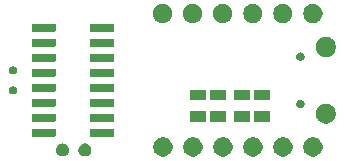
<source format=gbr>
G04 #@! TF.GenerationSoftware,KiCad,Pcbnew,(5.1.5)-3*
G04 #@! TF.CreationDate,2020-07-16T22:53:37-05:00*
G04 #@! TF.ProjectId,pcb,7063622e-6b69-4636-9164-5f7063625858,rev?*
G04 #@! TF.SameCoordinates,Original*
G04 #@! TF.FileFunction,Soldermask,Top*
G04 #@! TF.FilePolarity,Negative*
%FSLAX46Y46*%
G04 Gerber Fmt 4.6, Leading zero omitted, Abs format (unit mm)*
G04 Created by KiCad (PCBNEW (5.1.5)-3) date 2020-07-16 22:53:37*
%MOMM*%
%LPD*%
G04 APERTURE LIST*
%ADD10C,0.100000*%
G04 APERTURE END LIST*
D10*
G36*
X158987142Y-93768242D02*
G01*
X159135101Y-93829529D01*
X159268255Y-93918499D01*
X159381501Y-94031745D01*
X159470471Y-94164899D01*
X159531758Y-94312858D01*
X159563000Y-94469925D01*
X159563000Y-94630075D01*
X159531758Y-94787142D01*
X159470471Y-94935101D01*
X159381501Y-95068255D01*
X159268255Y-95181501D01*
X159135101Y-95270471D01*
X158987142Y-95331758D01*
X158830075Y-95363000D01*
X158669925Y-95363000D01*
X158512858Y-95331758D01*
X158364899Y-95270471D01*
X158231745Y-95181501D01*
X158118499Y-95068255D01*
X158029529Y-94935101D01*
X157968242Y-94787142D01*
X157937000Y-94630075D01*
X157937000Y-94469925D01*
X157968242Y-94312858D01*
X158029529Y-94164899D01*
X158118499Y-94031745D01*
X158231745Y-93918499D01*
X158364899Y-93829529D01*
X158512858Y-93768242D01*
X158669925Y-93737000D01*
X158830075Y-93737000D01*
X158987142Y-93768242D01*
G37*
G36*
X161527142Y-93768242D02*
G01*
X161675101Y-93829529D01*
X161808255Y-93918499D01*
X161921501Y-94031745D01*
X162010471Y-94164899D01*
X162071758Y-94312858D01*
X162103000Y-94469925D01*
X162103000Y-94630075D01*
X162071758Y-94787142D01*
X162010471Y-94935101D01*
X161921501Y-95068255D01*
X161808255Y-95181501D01*
X161675101Y-95270471D01*
X161527142Y-95331758D01*
X161370075Y-95363000D01*
X161209925Y-95363000D01*
X161052858Y-95331758D01*
X160904899Y-95270471D01*
X160771745Y-95181501D01*
X160658499Y-95068255D01*
X160569529Y-94935101D01*
X160508242Y-94787142D01*
X160477000Y-94630075D01*
X160477000Y-94469925D01*
X160508242Y-94312858D01*
X160569529Y-94164899D01*
X160658499Y-94031745D01*
X160771745Y-93918499D01*
X160904899Y-93829529D01*
X161052858Y-93768242D01*
X161209925Y-93737000D01*
X161370075Y-93737000D01*
X161527142Y-93768242D01*
G37*
G36*
X148827142Y-93768242D02*
G01*
X148975101Y-93829529D01*
X149108255Y-93918499D01*
X149221501Y-94031745D01*
X149310471Y-94164899D01*
X149371758Y-94312858D01*
X149403000Y-94469925D01*
X149403000Y-94630075D01*
X149371758Y-94787142D01*
X149310471Y-94935101D01*
X149221501Y-95068255D01*
X149108255Y-95181501D01*
X148975101Y-95270471D01*
X148827142Y-95331758D01*
X148670075Y-95363000D01*
X148509925Y-95363000D01*
X148352858Y-95331758D01*
X148204899Y-95270471D01*
X148071745Y-95181501D01*
X147958499Y-95068255D01*
X147869529Y-94935101D01*
X147808242Y-94787142D01*
X147777000Y-94630075D01*
X147777000Y-94469925D01*
X147808242Y-94312858D01*
X147869529Y-94164899D01*
X147958499Y-94031745D01*
X148071745Y-93918499D01*
X148204899Y-93829529D01*
X148352858Y-93768242D01*
X148509925Y-93737000D01*
X148670075Y-93737000D01*
X148827142Y-93768242D01*
G37*
G36*
X151367142Y-93768242D02*
G01*
X151515101Y-93829529D01*
X151648255Y-93918499D01*
X151761501Y-94031745D01*
X151850471Y-94164899D01*
X151911758Y-94312858D01*
X151943000Y-94469925D01*
X151943000Y-94630075D01*
X151911758Y-94787142D01*
X151850471Y-94935101D01*
X151761501Y-95068255D01*
X151648255Y-95181501D01*
X151515101Y-95270471D01*
X151367142Y-95331758D01*
X151210075Y-95363000D01*
X151049925Y-95363000D01*
X150892858Y-95331758D01*
X150744899Y-95270471D01*
X150611745Y-95181501D01*
X150498499Y-95068255D01*
X150409529Y-94935101D01*
X150348242Y-94787142D01*
X150317000Y-94630075D01*
X150317000Y-94469925D01*
X150348242Y-94312858D01*
X150409529Y-94164899D01*
X150498499Y-94031745D01*
X150611745Y-93918499D01*
X150744899Y-93829529D01*
X150892858Y-93768242D01*
X151049925Y-93737000D01*
X151210075Y-93737000D01*
X151367142Y-93768242D01*
G37*
G36*
X156447142Y-93768242D02*
G01*
X156595101Y-93829529D01*
X156728255Y-93918499D01*
X156841501Y-94031745D01*
X156930471Y-94164899D01*
X156991758Y-94312858D01*
X157023000Y-94469925D01*
X157023000Y-94630075D01*
X156991758Y-94787142D01*
X156930471Y-94935101D01*
X156841501Y-95068255D01*
X156728255Y-95181501D01*
X156595101Y-95270471D01*
X156447142Y-95331758D01*
X156290075Y-95363000D01*
X156129925Y-95363000D01*
X155972858Y-95331758D01*
X155824899Y-95270471D01*
X155691745Y-95181501D01*
X155578499Y-95068255D01*
X155489529Y-94935101D01*
X155428242Y-94787142D01*
X155397000Y-94630075D01*
X155397000Y-94469925D01*
X155428242Y-94312858D01*
X155489529Y-94164899D01*
X155578499Y-94031745D01*
X155691745Y-93918499D01*
X155824899Y-93829529D01*
X155972858Y-93768242D01*
X156129925Y-93737000D01*
X156290075Y-93737000D01*
X156447142Y-93768242D01*
G37*
G36*
X153907142Y-93768242D02*
G01*
X154055101Y-93829529D01*
X154188255Y-93918499D01*
X154301501Y-94031745D01*
X154390471Y-94164899D01*
X154451758Y-94312858D01*
X154483000Y-94469925D01*
X154483000Y-94630075D01*
X154451758Y-94787142D01*
X154390471Y-94935101D01*
X154301501Y-95068255D01*
X154188255Y-95181501D01*
X154055101Y-95270471D01*
X153907142Y-95331758D01*
X153750075Y-95363000D01*
X153589925Y-95363000D01*
X153432858Y-95331758D01*
X153284899Y-95270471D01*
X153151745Y-95181501D01*
X153038499Y-95068255D01*
X152949529Y-94935101D01*
X152888242Y-94787142D01*
X152857000Y-94630075D01*
X152857000Y-94469925D01*
X152888242Y-94312858D01*
X152949529Y-94164899D01*
X153038499Y-94031745D01*
X153151745Y-93918499D01*
X153284899Y-93829529D01*
X153432858Y-93768242D01*
X153589925Y-93737000D01*
X153750075Y-93737000D01*
X153907142Y-93768242D01*
G37*
G36*
X140241721Y-94275674D02*
G01*
X140341995Y-94317209D01*
X140341996Y-94317210D01*
X140432242Y-94377510D01*
X140508990Y-94454258D01*
X140508991Y-94454260D01*
X140569291Y-94544505D01*
X140610826Y-94644779D01*
X140632000Y-94751230D01*
X140632000Y-94859770D01*
X140610826Y-94966221D01*
X140569291Y-95066495D01*
X140539345Y-95111312D01*
X140508990Y-95156742D01*
X140432242Y-95233490D01*
X140386812Y-95263845D01*
X140341995Y-95293791D01*
X140241721Y-95335326D01*
X140135270Y-95356500D01*
X140026730Y-95356500D01*
X139920279Y-95335326D01*
X139820005Y-95293791D01*
X139775188Y-95263845D01*
X139729758Y-95233490D01*
X139653010Y-95156742D01*
X139622655Y-95111312D01*
X139592709Y-95066495D01*
X139551174Y-94966221D01*
X139530000Y-94859770D01*
X139530000Y-94751230D01*
X139551174Y-94644779D01*
X139592709Y-94544505D01*
X139653009Y-94454260D01*
X139653010Y-94454258D01*
X139729758Y-94377510D01*
X139820004Y-94317210D01*
X139820005Y-94317209D01*
X139920279Y-94275674D01*
X140026730Y-94254500D01*
X140135270Y-94254500D01*
X140241721Y-94275674D01*
G37*
G36*
X142141721Y-94275674D02*
G01*
X142241995Y-94317209D01*
X142241996Y-94317210D01*
X142332242Y-94377510D01*
X142408990Y-94454258D01*
X142408991Y-94454260D01*
X142469291Y-94544505D01*
X142510826Y-94644779D01*
X142532000Y-94751230D01*
X142532000Y-94859770D01*
X142510826Y-94966221D01*
X142469291Y-95066495D01*
X142439345Y-95111312D01*
X142408990Y-95156742D01*
X142332242Y-95233490D01*
X142286812Y-95263845D01*
X142241995Y-95293791D01*
X142141721Y-95335326D01*
X142035270Y-95356500D01*
X141926730Y-95356500D01*
X141820279Y-95335326D01*
X141720005Y-95293791D01*
X141675188Y-95263845D01*
X141629758Y-95233490D01*
X141553010Y-95156742D01*
X141522655Y-95111312D01*
X141492709Y-95066495D01*
X141451174Y-94966221D01*
X141430000Y-94859770D01*
X141430000Y-94751230D01*
X141451174Y-94644779D01*
X141492709Y-94544505D01*
X141553009Y-94454260D01*
X141553010Y-94454258D01*
X141629758Y-94377510D01*
X141720004Y-94317210D01*
X141720005Y-94317209D01*
X141820279Y-94275674D01*
X141926730Y-94254500D01*
X142035270Y-94254500D01*
X142141721Y-94275674D01*
G37*
G36*
X144379928Y-92996764D02*
G01*
X144401009Y-93003160D01*
X144420445Y-93013548D01*
X144437476Y-93027524D01*
X144451452Y-93044555D01*
X144461840Y-93063991D01*
X144468236Y-93085072D01*
X144471000Y-93113140D01*
X144471000Y-93576860D01*
X144468236Y-93604928D01*
X144461840Y-93626009D01*
X144451452Y-93645445D01*
X144437476Y-93662476D01*
X144420445Y-93676452D01*
X144401009Y-93686840D01*
X144379928Y-93693236D01*
X144351860Y-93696000D01*
X142538140Y-93696000D01*
X142510072Y-93693236D01*
X142488991Y-93686840D01*
X142469555Y-93676452D01*
X142452524Y-93662476D01*
X142438548Y-93645445D01*
X142428160Y-93626009D01*
X142421764Y-93604928D01*
X142419000Y-93576860D01*
X142419000Y-93113140D01*
X142421764Y-93085072D01*
X142428160Y-93063991D01*
X142438548Y-93044555D01*
X142452524Y-93027524D01*
X142469555Y-93013548D01*
X142488991Y-93003160D01*
X142510072Y-92996764D01*
X142538140Y-92994000D01*
X144351860Y-92994000D01*
X144379928Y-92996764D01*
G37*
G36*
X139429928Y-92996764D02*
G01*
X139451009Y-93003160D01*
X139470445Y-93013548D01*
X139487476Y-93027524D01*
X139501452Y-93044555D01*
X139511840Y-93063991D01*
X139518236Y-93085072D01*
X139521000Y-93113140D01*
X139521000Y-93576860D01*
X139518236Y-93604928D01*
X139511840Y-93626009D01*
X139501452Y-93645445D01*
X139487476Y-93662476D01*
X139470445Y-93676452D01*
X139451009Y-93686840D01*
X139429928Y-93693236D01*
X139401860Y-93696000D01*
X137588140Y-93696000D01*
X137560072Y-93693236D01*
X137538991Y-93686840D01*
X137519555Y-93676452D01*
X137502524Y-93662476D01*
X137488548Y-93645445D01*
X137478160Y-93626009D01*
X137471764Y-93604928D01*
X137469000Y-93576860D01*
X137469000Y-93113140D01*
X137471764Y-93085072D01*
X137478160Y-93063991D01*
X137488548Y-93044555D01*
X137502524Y-93027524D01*
X137519555Y-93013548D01*
X137538991Y-93003160D01*
X137560072Y-92996764D01*
X137588140Y-92994000D01*
X139401860Y-92994000D01*
X139429928Y-92996764D01*
G37*
G36*
X162628228Y-90906703D02*
G01*
X162783100Y-90970853D01*
X162922481Y-91063985D01*
X163041015Y-91182519D01*
X163134147Y-91321900D01*
X163198297Y-91476772D01*
X163231000Y-91641184D01*
X163231000Y-91808816D01*
X163198297Y-91973228D01*
X163134147Y-92128100D01*
X163041015Y-92267481D01*
X162922481Y-92386015D01*
X162783100Y-92479147D01*
X162628228Y-92543297D01*
X162463816Y-92576000D01*
X162296184Y-92576000D01*
X162131772Y-92543297D01*
X161976900Y-92479147D01*
X161837519Y-92386015D01*
X161718985Y-92267481D01*
X161625853Y-92128100D01*
X161561703Y-91973228D01*
X161529000Y-91808816D01*
X161529000Y-91641184D01*
X161561703Y-91476772D01*
X161625853Y-91321900D01*
X161718985Y-91182519D01*
X161837519Y-91063985D01*
X161976900Y-90970853D01*
X162131772Y-90906703D01*
X162296184Y-90874000D01*
X162463816Y-90874000D01*
X162628228Y-90906703D01*
G37*
G36*
X144379928Y-91726764D02*
G01*
X144401009Y-91733160D01*
X144420445Y-91743548D01*
X144437476Y-91757524D01*
X144451452Y-91774555D01*
X144461840Y-91793991D01*
X144468236Y-91815072D01*
X144471000Y-91843140D01*
X144471000Y-92306860D01*
X144468236Y-92334928D01*
X144461840Y-92356009D01*
X144451452Y-92375445D01*
X144437476Y-92392476D01*
X144420445Y-92406452D01*
X144401009Y-92416840D01*
X144379928Y-92423236D01*
X144351860Y-92426000D01*
X142538140Y-92426000D01*
X142510072Y-92423236D01*
X142488991Y-92416840D01*
X142469555Y-92406452D01*
X142452524Y-92392476D01*
X142438548Y-92375445D01*
X142428160Y-92356009D01*
X142421764Y-92334928D01*
X142419000Y-92306860D01*
X142419000Y-91843140D01*
X142421764Y-91815072D01*
X142428160Y-91793991D01*
X142438548Y-91774555D01*
X142452524Y-91757524D01*
X142469555Y-91743548D01*
X142488991Y-91733160D01*
X142510072Y-91726764D01*
X142538140Y-91724000D01*
X144351860Y-91724000D01*
X144379928Y-91726764D01*
G37*
G36*
X139429928Y-91726764D02*
G01*
X139451009Y-91733160D01*
X139470445Y-91743548D01*
X139487476Y-91757524D01*
X139501452Y-91774555D01*
X139511840Y-91793991D01*
X139518236Y-91815072D01*
X139521000Y-91843140D01*
X139521000Y-92306860D01*
X139518236Y-92334928D01*
X139511840Y-92356009D01*
X139501452Y-92375445D01*
X139487476Y-92392476D01*
X139470445Y-92406452D01*
X139451009Y-92416840D01*
X139429928Y-92423236D01*
X139401860Y-92426000D01*
X137588140Y-92426000D01*
X137560072Y-92423236D01*
X137538991Y-92416840D01*
X137519555Y-92406452D01*
X137502524Y-92392476D01*
X137488548Y-92375445D01*
X137478160Y-92356009D01*
X137471764Y-92334928D01*
X137469000Y-92306860D01*
X137469000Y-91843140D01*
X137471764Y-91815072D01*
X137478160Y-91793991D01*
X137488548Y-91774555D01*
X137502524Y-91757524D01*
X137519555Y-91743548D01*
X137538991Y-91733160D01*
X137560072Y-91726764D01*
X137588140Y-91724000D01*
X139401860Y-91724000D01*
X139429928Y-91726764D01*
G37*
G36*
X152251000Y-92410000D02*
G01*
X150899000Y-92410000D01*
X150899000Y-91508000D01*
X152251000Y-91508000D01*
X152251000Y-92410000D01*
G37*
G36*
X157647500Y-92410000D02*
G01*
X156295500Y-92410000D01*
X156295500Y-91508000D01*
X157647500Y-91508000D01*
X157647500Y-92410000D01*
G37*
G36*
X153901000Y-92410000D02*
G01*
X152549000Y-92410000D01*
X152549000Y-91508000D01*
X153901000Y-91508000D01*
X153901000Y-92410000D01*
G37*
G36*
X155997500Y-92410000D02*
G01*
X154645500Y-92410000D01*
X154645500Y-91508000D01*
X155997500Y-91508000D01*
X155997500Y-92410000D01*
G37*
G36*
X160332383Y-90562489D02*
G01*
X160332386Y-90562490D01*
X160332385Y-90562490D01*
X160396258Y-90588946D01*
X160453748Y-90627360D01*
X160502640Y-90676252D01*
X160541054Y-90733742D01*
X160562624Y-90785818D01*
X160567511Y-90797617D01*
X160581000Y-90865430D01*
X160581000Y-90934570D01*
X160567511Y-91002383D01*
X160567510Y-91002385D01*
X160541054Y-91066258D01*
X160502640Y-91123748D01*
X160453748Y-91172640D01*
X160396258Y-91211054D01*
X160344182Y-91232624D01*
X160332383Y-91237511D01*
X160264570Y-91251000D01*
X160195430Y-91251000D01*
X160127617Y-91237511D01*
X160115818Y-91232624D01*
X160063742Y-91211054D01*
X160006252Y-91172640D01*
X159957360Y-91123748D01*
X159918946Y-91066258D01*
X159892490Y-91002385D01*
X159892489Y-91002383D01*
X159879000Y-90934570D01*
X159879000Y-90865430D01*
X159892489Y-90797617D01*
X159897376Y-90785818D01*
X159918946Y-90733742D01*
X159957360Y-90676252D01*
X160006252Y-90627360D01*
X160063742Y-90588946D01*
X160127615Y-90562490D01*
X160127614Y-90562490D01*
X160127617Y-90562489D01*
X160195430Y-90549000D01*
X160264570Y-90549000D01*
X160332383Y-90562489D01*
G37*
G36*
X144379928Y-90456764D02*
G01*
X144401009Y-90463160D01*
X144420445Y-90473548D01*
X144437476Y-90487524D01*
X144451452Y-90504555D01*
X144461840Y-90523991D01*
X144468236Y-90545072D01*
X144471000Y-90573140D01*
X144471000Y-91036860D01*
X144468236Y-91064928D01*
X144461840Y-91086009D01*
X144451452Y-91105445D01*
X144437476Y-91122476D01*
X144420445Y-91136452D01*
X144401009Y-91146840D01*
X144379928Y-91153236D01*
X144351860Y-91156000D01*
X142538140Y-91156000D01*
X142510072Y-91153236D01*
X142488991Y-91146840D01*
X142469555Y-91136452D01*
X142452524Y-91122476D01*
X142438548Y-91105445D01*
X142428160Y-91086009D01*
X142421764Y-91064928D01*
X142419000Y-91036860D01*
X142419000Y-90573140D01*
X142421764Y-90545072D01*
X142428160Y-90523991D01*
X142438548Y-90504555D01*
X142452524Y-90487524D01*
X142469555Y-90473548D01*
X142488991Y-90463160D01*
X142510072Y-90456764D01*
X142538140Y-90454000D01*
X144351860Y-90454000D01*
X144379928Y-90456764D01*
G37*
G36*
X139429928Y-90456764D02*
G01*
X139451009Y-90463160D01*
X139470445Y-90473548D01*
X139487476Y-90487524D01*
X139501452Y-90504555D01*
X139511840Y-90523991D01*
X139518236Y-90545072D01*
X139521000Y-90573140D01*
X139521000Y-91036860D01*
X139518236Y-91064928D01*
X139511840Y-91086009D01*
X139501452Y-91105445D01*
X139487476Y-91122476D01*
X139470445Y-91136452D01*
X139451009Y-91146840D01*
X139429928Y-91153236D01*
X139401860Y-91156000D01*
X137588140Y-91156000D01*
X137560072Y-91153236D01*
X137538991Y-91146840D01*
X137519555Y-91136452D01*
X137502524Y-91122476D01*
X137488548Y-91105445D01*
X137478160Y-91086009D01*
X137471764Y-91064928D01*
X137469000Y-91036860D01*
X137469000Y-90573140D01*
X137471764Y-90545072D01*
X137478160Y-90523991D01*
X137488548Y-90504555D01*
X137502524Y-90487524D01*
X137519555Y-90473548D01*
X137538991Y-90463160D01*
X137560072Y-90456764D01*
X137588140Y-90454000D01*
X139401860Y-90454000D01*
X139429928Y-90456764D01*
G37*
G36*
X152251000Y-90610000D02*
G01*
X150899000Y-90610000D01*
X150899000Y-89708000D01*
X152251000Y-89708000D01*
X152251000Y-90610000D01*
G37*
G36*
X153901000Y-90610000D02*
G01*
X152549000Y-90610000D01*
X152549000Y-89708000D01*
X153901000Y-89708000D01*
X153901000Y-90610000D01*
G37*
G36*
X157647500Y-90610000D02*
G01*
X156295500Y-90610000D01*
X156295500Y-89708000D01*
X157647500Y-89708000D01*
X157647500Y-90610000D01*
G37*
G36*
X155997500Y-90610000D02*
G01*
X154645500Y-90610000D01*
X154645500Y-89708000D01*
X155997500Y-89708000D01*
X155997500Y-90610000D01*
G37*
G36*
X135992383Y-89412489D02*
G01*
X135992386Y-89412490D01*
X135992385Y-89412490D01*
X136056258Y-89438946D01*
X136113748Y-89477360D01*
X136162640Y-89526252D01*
X136201054Y-89583742D01*
X136222624Y-89635818D01*
X136227511Y-89647617D01*
X136241000Y-89715430D01*
X136241000Y-89784570D01*
X136227511Y-89852383D01*
X136222624Y-89864182D01*
X136201054Y-89916258D01*
X136162640Y-89973748D01*
X136113748Y-90022640D01*
X136056258Y-90061054D01*
X136004182Y-90082624D01*
X135992383Y-90087511D01*
X135924570Y-90101000D01*
X135855430Y-90101000D01*
X135787617Y-90087511D01*
X135775818Y-90082624D01*
X135723742Y-90061054D01*
X135666252Y-90022640D01*
X135617360Y-89973748D01*
X135578946Y-89916258D01*
X135557376Y-89864182D01*
X135552489Y-89852383D01*
X135539000Y-89784570D01*
X135539000Y-89715430D01*
X135552489Y-89647617D01*
X135557376Y-89635818D01*
X135578946Y-89583742D01*
X135617360Y-89526252D01*
X135666252Y-89477360D01*
X135723742Y-89438946D01*
X135787615Y-89412490D01*
X135787614Y-89412490D01*
X135787617Y-89412489D01*
X135855430Y-89399000D01*
X135924570Y-89399000D01*
X135992383Y-89412489D01*
G37*
G36*
X144379928Y-89186764D02*
G01*
X144401009Y-89193160D01*
X144420445Y-89203548D01*
X144437476Y-89217524D01*
X144451452Y-89234555D01*
X144461840Y-89253991D01*
X144468236Y-89275072D01*
X144471000Y-89303140D01*
X144471000Y-89766860D01*
X144468236Y-89794928D01*
X144461840Y-89816009D01*
X144451452Y-89835445D01*
X144437476Y-89852476D01*
X144420445Y-89866452D01*
X144401009Y-89876840D01*
X144379928Y-89883236D01*
X144351860Y-89886000D01*
X142538140Y-89886000D01*
X142510072Y-89883236D01*
X142488991Y-89876840D01*
X142469555Y-89866452D01*
X142452524Y-89852476D01*
X142438548Y-89835445D01*
X142428160Y-89816009D01*
X142421764Y-89794928D01*
X142419000Y-89766860D01*
X142419000Y-89303140D01*
X142421764Y-89275072D01*
X142428160Y-89253991D01*
X142438548Y-89234555D01*
X142452524Y-89217524D01*
X142469555Y-89203548D01*
X142488991Y-89193160D01*
X142510072Y-89186764D01*
X142538140Y-89184000D01*
X144351860Y-89184000D01*
X144379928Y-89186764D01*
G37*
G36*
X139429928Y-89186764D02*
G01*
X139451009Y-89193160D01*
X139470445Y-89203548D01*
X139487476Y-89217524D01*
X139501452Y-89234555D01*
X139511840Y-89253991D01*
X139518236Y-89275072D01*
X139521000Y-89303140D01*
X139521000Y-89766860D01*
X139518236Y-89794928D01*
X139511840Y-89816009D01*
X139501452Y-89835445D01*
X139487476Y-89852476D01*
X139470445Y-89866452D01*
X139451009Y-89876840D01*
X139429928Y-89883236D01*
X139401860Y-89886000D01*
X137588140Y-89886000D01*
X137560072Y-89883236D01*
X137538991Y-89876840D01*
X137519555Y-89866452D01*
X137502524Y-89852476D01*
X137488548Y-89835445D01*
X137478160Y-89816009D01*
X137471764Y-89794928D01*
X137469000Y-89766860D01*
X137469000Y-89303140D01*
X137471764Y-89275072D01*
X137478160Y-89253991D01*
X137488548Y-89234555D01*
X137502524Y-89217524D01*
X137519555Y-89203548D01*
X137538991Y-89193160D01*
X137560072Y-89186764D01*
X137588140Y-89184000D01*
X139401860Y-89184000D01*
X139429928Y-89186764D01*
G37*
G36*
X139429928Y-87916764D02*
G01*
X139451009Y-87923160D01*
X139470445Y-87933548D01*
X139487476Y-87947524D01*
X139501452Y-87964555D01*
X139511840Y-87983991D01*
X139518236Y-88005072D01*
X139521000Y-88033140D01*
X139521000Y-88496860D01*
X139518236Y-88524928D01*
X139511840Y-88546009D01*
X139501452Y-88565445D01*
X139487476Y-88582476D01*
X139470445Y-88596452D01*
X139451009Y-88606840D01*
X139429928Y-88613236D01*
X139401860Y-88616000D01*
X137588140Y-88616000D01*
X137560072Y-88613236D01*
X137538991Y-88606840D01*
X137519555Y-88596452D01*
X137502524Y-88582476D01*
X137488548Y-88565445D01*
X137478160Y-88546009D01*
X137471764Y-88524928D01*
X137469000Y-88496860D01*
X137469000Y-88033140D01*
X137471764Y-88005072D01*
X137478160Y-87983991D01*
X137488548Y-87964555D01*
X137502524Y-87947524D01*
X137519555Y-87933548D01*
X137538991Y-87923160D01*
X137560072Y-87916764D01*
X137588140Y-87914000D01*
X139401860Y-87914000D01*
X139429928Y-87916764D01*
G37*
G36*
X144379928Y-87916764D02*
G01*
X144401009Y-87923160D01*
X144420445Y-87933548D01*
X144437476Y-87947524D01*
X144451452Y-87964555D01*
X144461840Y-87983991D01*
X144468236Y-88005072D01*
X144471000Y-88033140D01*
X144471000Y-88496860D01*
X144468236Y-88524928D01*
X144461840Y-88546009D01*
X144451452Y-88565445D01*
X144437476Y-88582476D01*
X144420445Y-88596452D01*
X144401009Y-88606840D01*
X144379928Y-88613236D01*
X144351860Y-88616000D01*
X142538140Y-88616000D01*
X142510072Y-88613236D01*
X142488991Y-88606840D01*
X142469555Y-88596452D01*
X142452524Y-88582476D01*
X142438548Y-88565445D01*
X142428160Y-88546009D01*
X142421764Y-88524928D01*
X142419000Y-88496860D01*
X142419000Y-88033140D01*
X142421764Y-88005072D01*
X142428160Y-87983991D01*
X142438548Y-87964555D01*
X142452524Y-87947524D01*
X142469555Y-87933548D01*
X142488991Y-87923160D01*
X142510072Y-87916764D01*
X142538140Y-87914000D01*
X144351860Y-87914000D01*
X144379928Y-87916764D01*
G37*
G36*
X135992383Y-87712489D02*
G01*
X135992386Y-87712490D01*
X135992385Y-87712490D01*
X136056258Y-87738946D01*
X136113748Y-87777360D01*
X136162640Y-87826252D01*
X136201054Y-87883742D01*
X136214983Y-87917372D01*
X136227511Y-87947617D01*
X136241000Y-88015430D01*
X136241000Y-88084570D01*
X136227511Y-88152383D01*
X136227510Y-88152385D01*
X136201054Y-88216258D01*
X136162640Y-88273748D01*
X136113748Y-88322640D01*
X136056258Y-88361054D01*
X136004182Y-88382624D01*
X135992383Y-88387511D01*
X135924570Y-88401000D01*
X135855430Y-88401000D01*
X135787617Y-88387511D01*
X135775818Y-88382624D01*
X135723742Y-88361054D01*
X135666252Y-88322640D01*
X135617360Y-88273748D01*
X135578946Y-88216258D01*
X135552490Y-88152385D01*
X135552489Y-88152383D01*
X135539000Y-88084570D01*
X135539000Y-88015430D01*
X135552489Y-87947617D01*
X135565017Y-87917372D01*
X135578946Y-87883742D01*
X135617360Y-87826252D01*
X135666252Y-87777360D01*
X135723742Y-87738946D01*
X135787615Y-87712490D01*
X135787614Y-87712490D01*
X135787617Y-87712489D01*
X135855430Y-87699000D01*
X135924570Y-87699000D01*
X135992383Y-87712489D01*
G37*
G36*
X139429928Y-86646764D02*
G01*
X139451009Y-86653160D01*
X139470445Y-86663548D01*
X139487476Y-86677524D01*
X139501452Y-86694555D01*
X139511840Y-86713991D01*
X139518236Y-86735072D01*
X139521000Y-86763140D01*
X139521000Y-87226860D01*
X139518236Y-87254928D01*
X139511840Y-87276009D01*
X139501452Y-87295445D01*
X139487476Y-87312476D01*
X139470445Y-87326452D01*
X139451009Y-87336840D01*
X139429928Y-87343236D01*
X139401860Y-87346000D01*
X137588140Y-87346000D01*
X137560072Y-87343236D01*
X137538991Y-87336840D01*
X137519555Y-87326452D01*
X137502524Y-87312476D01*
X137488548Y-87295445D01*
X137478160Y-87276009D01*
X137471764Y-87254928D01*
X137469000Y-87226860D01*
X137469000Y-86763140D01*
X137471764Y-86735072D01*
X137478160Y-86713991D01*
X137488548Y-86694555D01*
X137502524Y-86677524D01*
X137519555Y-86663548D01*
X137538991Y-86653160D01*
X137560072Y-86646764D01*
X137588140Y-86644000D01*
X139401860Y-86644000D01*
X139429928Y-86646764D01*
G37*
G36*
X144379928Y-86646764D02*
G01*
X144401009Y-86653160D01*
X144420445Y-86663548D01*
X144437476Y-86677524D01*
X144451452Y-86694555D01*
X144461840Y-86713991D01*
X144468236Y-86735072D01*
X144471000Y-86763140D01*
X144471000Y-87226860D01*
X144468236Y-87254928D01*
X144461840Y-87276009D01*
X144451452Y-87295445D01*
X144437476Y-87312476D01*
X144420445Y-87326452D01*
X144401009Y-87336840D01*
X144379928Y-87343236D01*
X144351860Y-87346000D01*
X142538140Y-87346000D01*
X142510072Y-87343236D01*
X142488991Y-87336840D01*
X142469555Y-87326452D01*
X142452524Y-87312476D01*
X142438548Y-87295445D01*
X142428160Y-87276009D01*
X142421764Y-87254928D01*
X142419000Y-87226860D01*
X142419000Y-86763140D01*
X142421764Y-86735072D01*
X142428160Y-86713991D01*
X142438548Y-86694555D01*
X142452524Y-86677524D01*
X142469555Y-86663548D01*
X142488991Y-86653160D01*
X142510072Y-86646764D01*
X142538140Y-86644000D01*
X144351860Y-86644000D01*
X144379928Y-86646764D01*
G37*
G36*
X160332383Y-86562489D02*
G01*
X160332386Y-86562490D01*
X160332385Y-86562490D01*
X160396258Y-86588946D01*
X160453748Y-86627360D01*
X160502640Y-86676252D01*
X160541054Y-86733742D01*
X160562393Y-86785262D01*
X160567511Y-86797617D01*
X160581000Y-86865430D01*
X160581000Y-86934570D01*
X160567511Y-87002383D01*
X160567510Y-87002385D01*
X160541054Y-87066258D01*
X160502640Y-87123748D01*
X160453748Y-87172640D01*
X160396258Y-87211054D01*
X160358097Y-87226860D01*
X160332383Y-87237511D01*
X160264570Y-87251000D01*
X160195430Y-87251000D01*
X160127617Y-87237511D01*
X160101903Y-87226860D01*
X160063742Y-87211054D01*
X160006252Y-87172640D01*
X159957360Y-87123748D01*
X159918946Y-87066258D01*
X159892490Y-87002385D01*
X159892489Y-87002383D01*
X159879000Y-86934570D01*
X159879000Y-86865430D01*
X159892489Y-86797617D01*
X159897607Y-86785262D01*
X159918946Y-86733742D01*
X159957360Y-86676252D01*
X160006252Y-86627360D01*
X160063742Y-86588946D01*
X160127615Y-86562490D01*
X160127614Y-86562490D01*
X160127617Y-86562489D01*
X160195430Y-86549000D01*
X160264570Y-86549000D01*
X160332383Y-86562489D01*
G37*
G36*
X162628228Y-85256703D02*
G01*
X162783100Y-85320853D01*
X162922481Y-85413985D01*
X163041015Y-85532519D01*
X163134147Y-85671900D01*
X163198297Y-85826772D01*
X163231000Y-85991184D01*
X163231000Y-86158816D01*
X163198297Y-86323228D01*
X163134147Y-86478100D01*
X163041015Y-86617481D01*
X162922481Y-86736015D01*
X162783100Y-86829147D01*
X162628228Y-86893297D01*
X162463816Y-86926000D01*
X162296184Y-86926000D01*
X162131772Y-86893297D01*
X161976900Y-86829147D01*
X161837519Y-86736015D01*
X161718985Y-86617481D01*
X161625853Y-86478100D01*
X161561703Y-86323228D01*
X161529000Y-86158816D01*
X161529000Y-85991184D01*
X161561703Y-85826772D01*
X161625853Y-85671900D01*
X161718985Y-85532519D01*
X161837519Y-85413985D01*
X161976900Y-85320853D01*
X162131772Y-85256703D01*
X162296184Y-85224000D01*
X162463816Y-85224000D01*
X162628228Y-85256703D01*
G37*
G36*
X139429928Y-85376764D02*
G01*
X139451009Y-85383160D01*
X139470445Y-85393548D01*
X139487476Y-85407524D01*
X139501452Y-85424555D01*
X139511840Y-85443991D01*
X139518236Y-85465072D01*
X139521000Y-85493140D01*
X139521000Y-85956860D01*
X139518236Y-85984928D01*
X139511840Y-86006009D01*
X139501452Y-86025445D01*
X139487476Y-86042476D01*
X139470445Y-86056452D01*
X139451009Y-86066840D01*
X139429928Y-86073236D01*
X139401860Y-86076000D01*
X137588140Y-86076000D01*
X137560072Y-86073236D01*
X137538991Y-86066840D01*
X137519555Y-86056452D01*
X137502524Y-86042476D01*
X137488548Y-86025445D01*
X137478160Y-86006009D01*
X137471764Y-85984928D01*
X137469000Y-85956860D01*
X137469000Y-85493140D01*
X137471764Y-85465072D01*
X137478160Y-85443991D01*
X137488548Y-85424555D01*
X137502524Y-85407524D01*
X137519555Y-85393548D01*
X137538991Y-85383160D01*
X137560072Y-85376764D01*
X137588140Y-85374000D01*
X139401860Y-85374000D01*
X139429928Y-85376764D01*
G37*
G36*
X144379928Y-85376764D02*
G01*
X144401009Y-85383160D01*
X144420445Y-85393548D01*
X144437476Y-85407524D01*
X144451452Y-85424555D01*
X144461840Y-85443991D01*
X144468236Y-85465072D01*
X144471000Y-85493140D01*
X144471000Y-85956860D01*
X144468236Y-85984928D01*
X144461840Y-86006009D01*
X144451452Y-86025445D01*
X144437476Y-86042476D01*
X144420445Y-86056452D01*
X144401009Y-86066840D01*
X144379928Y-86073236D01*
X144351860Y-86076000D01*
X142538140Y-86076000D01*
X142510072Y-86073236D01*
X142488991Y-86066840D01*
X142469555Y-86056452D01*
X142452524Y-86042476D01*
X142438548Y-86025445D01*
X142428160Y-86006009D01*
X142421764Y-85984928D01*
X142419000Y-85956860D01*
X142419000Y-85493140D01*
X142421764Y-85465072D01*
X142428160Y-85443991D01*
X142438548Y-85424555D01*
X142452524Y-85407524D01*
X142469555Y-85393548D01*
X142488991Y-85383160D01*
X142510072Y-85376764D01*
X142538140Y-85374000D01*
X144351860Y-85374000D01*
X144379928Y-85376764D01*
G37*
G36*
X139429928Y-84106764D02*
G01*
X139451009Y-84113160D01*
X139470445Y-84123548D01*
X139487476Y-84137524D01*
X139501452Y-84154555D01*
X139511840Y-84173991D01*
X139518236Y-84195072D01*
X139521000Y-84223140D01*
X139521000Y-84686860D01*
X139518236Y-84714928D01*
X139511840Y-84736009D01*
X139501452Y-84755445D01*
X139487476Y-84772476D01*
X139470445Y-84786452D01*
X139451009Y-84796840D01*
X139429928Y-84803236D01*
X139401860Y-84806000D01*
X137588140Y-84806000D01*
X137560072Y-84803236D01*
X137538991Y-84796840D01*
X137519555Y-84786452D01*
X137502524Y-84772476D01*
X137488548Y-84755445D01*
X137478160Y-84736009D01*
X137471764Y-84714928D01*
X137469000Y-84686860D01*
X137469000Y-84223140D01*
X137471764Y-84195072D01*
X137478160Y-84173991D01*
X137488548Y-84154555D01*
X137502524Y-84137524D01*
X137519555Y-84123548D01*
X137538991Y-84113160D01*
X137560072Y-84106764D01*
X137588140Y-84104000D01*
X139401860Y-84104000D01*
X139429928Y-84106764D01*
G37*
G36*
X144379928Y-84106764D02*
G01*
X144401009Y-84113160D01*
X144420445Y-84123548D01*
X144437476Y-84137524D01*
X144451452Y-84154555D01*
X144461840Y-84173991D01*
X144468236Y-84195072D01*
X144471000Y-84223140D01*
X144471000Y-84686860D01*
X144468236Y-84714928D01*
X144461840Y-84736009D01*
X144451452Y-84755445D01*
X144437476Y-84772476D01*
X144420445Y-84786452D01*
X144401009Y-84796840D01*
X144379928Y-84803236D01*
X144351860Y-84806000D01*
X142538140Y-84806000D01*
X142510072Y-84803236D01*
X142488991Y-84796840D01*
X142469555Y-84786452D01*
X142452524Y-84772476D01*
X142438548Y-84755445D01*
X142428160Y-84736009D01*
X142421764Y-84714928D01*
X142419000Y-84686860D01*
X142419000Y-84223140D01*
X142421764Y-84195072D01*
X142428160Y-84173991D01*
X142438548Y-84154555D01*
X142452524Y-84137524D01*
X142469555Y-84123548D01*
X142488991Y-84113160D01*
X142510072Y-84106764D01*
X142538140Y-84104000D01*
X144351860Y-84104000D01*
X144379928Y-84106764D01*
G37*
G36*
X156431142Y-82468242D02*
G01*
X156579101Y-82529529D01*
X156712255Y-82618499D01*
X156825501Y-82731745D01*
X156914471Y-82864899D01*
X156975758Y-83012858D01*
X157007000Y-83169925D01*
X157007000Y-83330075D01*
X156975758Y-83487142D01*
X156914471Y-83635101D01*
X156825501Y-83768255D01*
X156712255Y-83881501D01*
X156579101Y-83970471D01*
X156431142Y-84031758D01*
X156274075Y-84063000D01*
X156113925Y-84063000D01*
X155956858Y-84031758D01*
X155808899Y-83970471D01*
X155675745Y-83881501D01*
X155562499Y-83768255D01*
X155473529Y-83635101D01*
X155412242Y-83487142D01*
X155381000Y-83330075D01*
X155381000Y-83169925D01*
X155412242Y-83012858D01*
X155473529Y-82864899D01*
X155562499Y-82731745D01*
X155675745Y-82618499D01*
X155808899Y-82529529D01*
X155956858Y-82468242D01*
X156113925Y-82437000D01*
X156274075Y-82437000D01*
X156431142Y-82468242D01*
G37*
G36*
X158979142Y-82468242D02*
G01*
X159127101Y-82529529D01*
X159260255Y-82618499D01*
X159373501Y-82731745D01*
X159462471Y-82864899D01*
X159523758Y-83012858D01*
X159555000Y-83169925D01*
X159555000Y-83330075D01*
X159523758Y-83487142D01*
X159462471Y-83635101D01*
X159373501Y-83768255D01*
X159260255Y-83881501D01*
X159127101Y-83970471D01*
X158979142Y-84031758D01*
X158822075Y-84063000D01*
X158661925Y-84063000D01*
X158504858Y-84031758D01*
X158356899Y-83970471D01*
X158223745Y-83881501D01*
X158110499Y-83768255D01*
X158021529Y-83635101D01*
X157960242Y-83487142D01*
X157929000Y-83330075D01*
X157929000Y-83169925D01*
X157960242Y-83012858D01*
X158021529Y-82864899D01*
X158110499Y-82731745D01*
X158223745Y-82618499D01*
X158356899Y-82529529D01*
X158504858Y-82468242D01*
X158661925Y-82437000D01*
X158822075Y-82437000D01*
X158979142Y-82468242D01*
G37*
G36*
X161527142Y-82468242D02*
G01*
X161675101Y-82529529D01*
X161808255Y-82618499D01*
X161921501Y-82731745D01*
X162010471Y-82864899D01*
X162071758Y-83012858D01*
X162103000Y-83169925D01*
X162103000Y-83330075D01*
X162071758Y-83487142D01*
X162010471Y-83635101D01*
X161921501Y-83768255D01*
X161808255Y-83881501D01*
X161675101Y-83970471D01*
X161527142Y-84031758D01*
X161370075Y-84063000D01*
X161209925Y-84063000D01*
X161052858Y-84031758D01*
X160904899Y-83970471D01*
X160771745Y-83881501D01*
X160658499Y-83768255D01*
X160569529Y-83635101D01*
X160508242Y-83487142D01*
X160477000Y-83330075D01*
X160477000Y-83169925D01*
X160508242Y-83012858D01*
X160569529Y-82864899D01*
X160658499Y-82731745D01*
X160771745Y-82618499D01*
X160904899Y-82529529D01*
X161052858Y-82468242D01*
X161209925Y-82437000D01*
X161370075Y-82437000D01*
X161527142Y-82468242D01*
G37*
G36*
X153883142Y-82468242D02*
G01*
X154031101Y-82529529D01*
X154164255Y-82618499D01*
X154277501Y-82731745D01*
X154366471Y-82864899D01*
X154427758Y-83012858D01*
X154459000Y-83169925D01*
X154459000Y-83330075D01*
X154427758Y-83487142D01*
X154366471Y-83635101D01*
X154277501Y-83768255D01*
X154164255Y-83881501D01*
X154031101Y-83970471D01*
X153883142Y-84031758D01*
X153726075Y-84063000D01*
X153565925Y-84063000D01*
X153408858Y-84031758D01*
X153260899Y-83970471D01*
X153127745Y-83881501D01*
X153014499Y-83768255D01*
X152925529Y-83635101D01*
X152864242Y-83487142D01*
X152833000Y-83330075D01*
X152833000Y-83169925D01*
X152864242Y-83012858D01*
X152925529Y-82864899D01*
X153014499Y-82731745D01*
X153127745Y-82618499D01*
X153260899Y-82529529D01*
X153408858Y-82468242D01*
X153565925Y-82437000D01*
X153726075Y-82437000D01*
X153883142Y-82468242D01*
G37*
G36*
X151335142Y-82468242D02*
G01*
X151483101Y-82529529D01*
X151616255Y-82618499D01*
X151729501Y-82731745D01*
X151818471Y-82864899D01*
X151879758Y-83012858D01*
X151911000Y-83169925D01*
X151911000Y-83330075D01*
X151879758Y-83487142D01*
X151818471Y-83635101D01*
X151729501Y-83768255D01*
X151616255Y-83881501D01*
X151483101Y-83970471D01*
X151335142Y-84031758D01*
X151178075Y-84063000D01*
X151017925Y-84063000D01*
X150860858Y-84031758D01*
X150712899Y-83970471D01*
X150579745Y-83881501D01*
X150466499Y-83768255D01*
X150377529Y-83635101D01*
X150316242Y-83487142D01*
X150285000Y-83330075D01*
X150285000Y-83169925D01*
X150316242Y-83012858D01*
X150377529Y-82864899D01*
X150466499Y-82731745D01*
X150579745Y-82618499D01*
X150712899Y-82529529D01*
X150860858Y-82468242D01*
X151017925Y-82437000D01*
X151178075Y-82437000D01*
X151335142Y-82468242D01*
G37*
G36*
X148787142Y-82468242D02*
G01*
X148935101Y-82529529D01*
X149068255Y-82618499D01*
X149181501Y-82731745D01*
X149270471Y-82864899D01*
X149331758Y-83012858D01*
X149363000Y-83169925D01*
X149363000Y-83330075D01*
X149331758Y-83487142D01*
X149270471Y-83635101D01*
X149181501Y-83768255D01*
X149068255Y-83881501D01*
X148935101Y-83970471D01*
X148787142Y-84031758D01*
X148630075Y-84063000D01*
X148469925Y-84063000D01*
X148312858Y-84031758D01*
X148164899Y-83970471D01*
X148031745Y-83881501D01*
X147918499Y-83768255D01*
X147829529Y-83635101D01*
X147768242Y-83487142D01*
X147737000Y-83330075D01*
X147737000Y-83169925D01*
X147768242Y-83012858D01*
X147829529Y-82864899D01*
X147918499Y-82731745D01*
X148031745Y-82618499D01*
X148164899Y-82529529D01*
X148312858Y-82468242D01*
X148469925Y-82437000D01*
X148630075Y-82437000D01*
X148787142Y-82468242D01*
G37*
M02*

</source>
